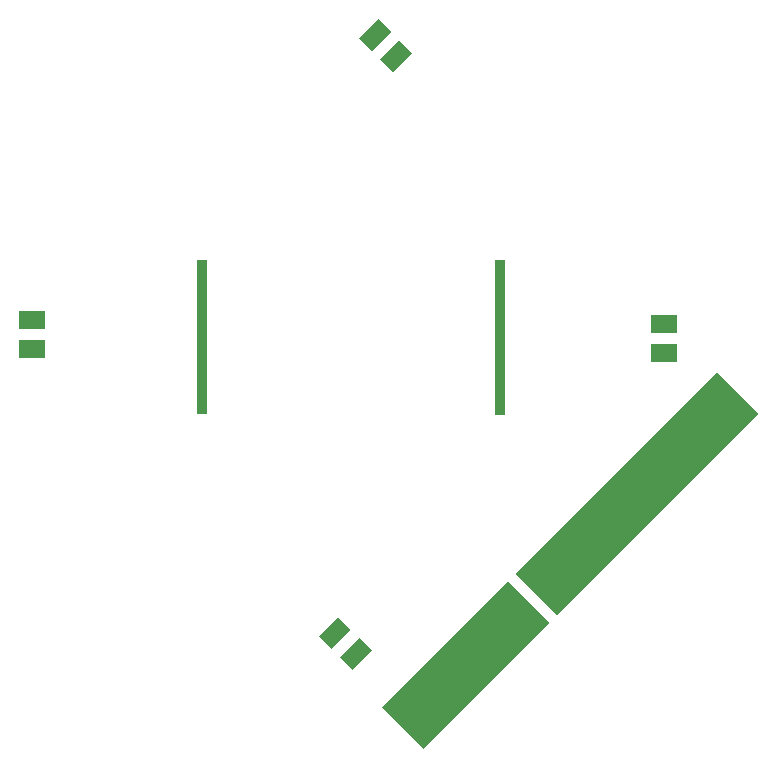
<source format=gts>
G04 (created by PCBNEW-RS274X (2011-04-29 BZR 2986)-stable) date 6/8/2011 10:42:55 AM*
G01*
G70*
G90*
%MOIN*%
G04 Gerber Fmt 3.4, Leading zero omitted, Abs format*
%FSLAX34Y34*%
G04 APERTURE LIST*
%ADD10C,0.006000*%
%ADD11R,0.031800X0.024000*%
%ADD12R,0.090900X0.059400*%
G04 APERTURE END LIST*
G54D10*
G36*
X61397Y-32976D02*
X60016Y-31595D01*
X60327Y-31284D01*
X61708Y-32665D01*
X61397Y-32976D01*
X61397Y-32976D01*
G37*
G36*
X61675Y-32698D02*
X60294Y-31317D01*
X60605Y-31006D01*
X61986Y-32387D01*
X61675Y-32698D01*
X61675Y-32698D01*
G37*
G36*
X65851Y-28522D02*
X64470Y-27141D01*
X64781Y-26830D01*
X66162Y-28211D01*
X65851Y-28522D01*
X65851Y-28522D01*
G37*
G36*
X65573Y-28800D02*
X64192Y-27419D01*
X64503Y-27108D01*
X65884Y-28489D01*
X65573Y-28800D01*
X65573Y-28800D01*
G37*
G36*
X65295Y-29078D02*
X63914Y-27697D01*
X64225Y-27386D01*
X65606Y-28767D01*
X65295Y-29078D01*
X65295Y-29078D01*
G37*
G36*
X65016Y-29357D02*
X63635Y-27976D01*
X63946Y-27665D01*
X65327Y-29046D01*
X65016Y-29357D01*
X65016Y-29357D01*
G37*
G36*
X64738Y-29635D02*
X63357Y-28254D01*
X63668Y-27943D01*
X65049Y-29324D01*
X64738Y-29635D01*
X64738Y-29635D01*
G37*
G36*
X64180Y-30193D02*
X62799Y-28812D01*
X63110Y-28501D01*
X64491Y-29882D01*
X64180Y-30193D01*
X64180Y-30193D01*
G37*
G36*
X63903Y-30470D02*
X62522Y-29089D01*
X62833Y-28778D01*
X64214Y-30159D01*
X63903Y-30470D01*
X63903Y-30470D01*
G37*
G36*
X63624Y-30749D02*
X62243Y-29368D01*
X62554Y-29057D01*
X63935Y-30438D01*
X63624Y-30749D01*
X63624Y-30749D01*
G37*
G36*
X63345Y-31028D02*
X61964Y-29647D01*
X62275Y-29336D01*
X63656Y-30717D01*
X63345Y-31028D01*
X63345Y-31028D01*
G37*
G36*
X63067Y-31306D02*
X61686Y-29925D01*
X61997Y-29614D01*
X63378Y-30995D01*
X63067Y-31306D01*
X63067Y-31306D01*
G37*
G36*
X69470Y-24903D02*
X68089Y-23522D01*
X68400Y-23211D01*
X69781Y-24592D01*
X69470Y-24903D01*
X69470Y-24903D01*
G37*
G36*
X62789Y-31584D02*
X61408Y-30203D01*
X61719Y-29892D01*
X63100Y-31273D01*
X62789Y-31584D01*
X62789Y-31584D01*
G37*
G36*
X62510Y-31863D02*
X61129Y-30482D01*
X61440Y-30171D01*
X62821Y-31552D01*
X62510Y-31863D01*
X62510Y-31863D01*
G37*
G36*
X62232Y-32141D02*
X60851Y-30760D01*
X61162Y-30449D01*
X62543Y-31830D01*
X62232Y-32141D01*
X62232Y-32141D01*
G37*
G36*
X69192Y-25181D02*
X67811Y-23800D01*
X68122Y-23489D01*
X69503Y-24870D01*
X69192Y-25181D01*
X69192Y-25181D01*
G37*
G36*
X68913Y-25460D02*
X67532Y-24079D01*
X67843Y-23768D01*
X69224Y-25149D01*
X68913Y-25460D01*
X68913Y-25460D01*
G37*
G36*
X68635Y-25738D02*
X67254Y-24357D01*
X67565Y-24046D01*
X68946Y-25427D01*
X68635Y-25738D01*
X68635Y-25738D01*
G37*
G36*
X68357Y-26016D02*
X66976Y-24635D01*
X67287Y-24324D01*
X68668Y-25705D01*
X68357Y-26016D01*
X68357Y-26016D01*
G37*
G36*
X68078Y-26295D02*
X66697Y-24914D01*
X67008Y-24603D01*
X68389Y-25984D01*
X68078Y-26295D01*
X68078Y-26295D01*
G37*
G36*
X67800Y-26573D02*
X66419Y-25192D01*
X66730Y-24881D01*
X68111Y-26262D01*
X67800Y-26573D01*
X67800Y-26573D01*
G37*
G36*
X67521Y-26852D02*
X66140Y-25471D01*
X66451Y-25160D01*
X67832Y-26541D01*
X67521Y-26852D01*
X67521Y-26852D01*
G37*
G36*
X67243Y-27130D02*
X65862Y-25749D01*
X66173Y-25438D01*
X67554Y-26819D01*
X67243Y-27130D01*
X67243Y-27130D01*
G37*
G36*
X66964Y-27409D02*
X65583Y-26028D01*
X65894Y-25717D01*
X67275Y-27098D01*
X66964Y-27409D01*
X66964Y-27409D01*
G37*
G36*
X66686Y-27687D02*
X65305Y-26306D01*
X65616Y-25995D01*
X66997Y-27376D01*
X66686Y-27687D01*
X66686Y-27687D01*
G37*
G36*
X66408Y-27965D02*
X65027Y-26584D01*
X65338Y-26273D01*
X66719Y-27654D01*
X66408Y-27965D01*
X66408Y-27965D01*
G37*
G36*
X66130Y-28243D02*
X64749Y-26862D01*
X65060Y-26551D01*
X66441Y-27932D01*
X66130Y-28243D01*
X66130Y-28243D01*
G37*
G36*
X61954Y-32419D02*
X60573Y-31038D01*
X60884Y-30727D01*
X62265Y-32108D01*
X61954Y-32419D01*
X61954Y-32419D01*
G37*
G36*
X71140Y-23233D02*
X69759Y-21852D01*
X70070Y-21541D01*
X71451Y-22922D01*
X71140Y-23233D01*
X71140Y-23233D01*
G37*
G36*
X70305Y-24068D02*
X68924Y-22687D01*
X69235Y-22376D01*
X70616Y-23757D01*
X70305Y-24068D01*
X70305Y-24068D01*
G37*
G36*
X70584Y-23789D02*
X69203Y-22408D01*
X69514Y-22097D01*
X70895Y-23478D01*
X70584Y-23789D01*
X70584Y-23789D01*
G37*
G36*
X70862Y-23511D02*
X69481Y-22130D01*
X69792Y-21819D01*
X71173Y-23200D01*
X70862Y-23511D01*
X70862Y-23511D01*
G37*
G36*
X60284Y-34089D02*
X58903Y-32708D01*
X59214Y-32397D01*
X60595Y-33778D01*
X60284Y-34089D01*
X60284Y-34089D01*
G37*
G36*
X70027Y-24346D02*
X68646Y-22965D01*
X68957Y-22654D01*
X70338Y-24035D01*
X70027Y-24346D01*
X70027Y-24346D01*
G37*
G36*
X69749Y-24624D02*
X68368Y-23243D01*
X68679Y-22932D01*
X70060Y-24313D01*
X69749Y-24624D01*
X69749Y-24624D01*
G37*
G36*
X61119Y-33254D02*
X59738Y-31873D01*
X60049Y-31562D01*
X61430Y-32943D01*
X61119Y-33254D01*
X61119Y-33254D01*
G37*
G36*
X60840Y-33533D02*
X59459Y-32152D01*
X59770Y-31841D01*
X61151Y-33222D01*
X60840Y-33533D01*
X60840Y-33533D01*
G37*
G36*
X60561Y-33812D02*
X59180Y-32431D01*
X59491Y-32120D01*
X60872Y-33501D01*
X60561Y-33812D01*
X60561Y-33812D01*
G37*
G54D11*
X62845Y-20446D03*
X62845Y-20525D03*
X62845Y-20643D03*
X62845Y-20722D03*
X62845Y-20800D03*
X62845Y-20879D03*
X62846Y-20958D03*
X62845Y-21037D03*
X62845Y-21115D03*
X62845Y-21194D03*
X62845Y-21274D03*
X62845Y-21430D03*
X62845Y-21509D03*
X62845Y-21588D03*
X62845Y-21666D03*
X62845Y-21745D03*
X62845Y-21824D03*
X62845Y-21903D03*
X62845Y-21981D03*
X62845Y-22100D03*
X62845Y-22178D03*
X62845Y-22257D03*
X62846Y-22336D03*
X62845Y-22415D03*
X62845Y-22493D03*
X62845Y-22572D03*
X62845Y-22651D03*
X62845Y-22769D03*
X62845Y-22848D03*
X62845Y-17887D03*
X62845Y-17966D03*
X62845Y-18084D03*
X62845Y-18163D03*
X62845Y-18241D03*
X62845Y-18320D03*
X62845Y-18398D03*
X62845Y-18478D03*
X62845Y-18556D03*
X62845Y-18635D03*
X62845Y-18714D03*
X62845Y-18871D03*
X62845Y-18950D03*
X62845Y-19029D03*
X62845Y-19107D03*
X62845Y-19186D03*
X62845Y-19265D03*
X62845Y-19344D03*
X62845Y-19422D03*
X62845Y-19541D03*
X62845Y-19619D03*
X62845Y-19698D03*
X62846Y-19777D03*
X62845Y-19855D03*
X62845Y-19934D03*
X62845Y-20013D03*
X62845Y-20091D03*
X62845Y-20210D03*
X62845Y-20289D03*
X52910Y-22844D03*
X52910Y-22765D03*
X52910Y-22647D03*
X52910Y-22568D03*
X52910Y-22489D03*
X52910Y-22411D03*
X52910Y-22332D03*
X52910Y-22253D03*
X52910Y-22174D03*
X52910Y-22096D03*
X52910Y-22017D03*
X52910Y-21859D03*
X52910Y-21781D03*
X52910Y-21702D03*
X52910Y-21623D03*
X52910Y-21545D03*
X52910Y-21466D03*
X52910Y-21387D03*
X52910Y-21308D03*
X52910Y-21190D03*
X52910Y-21111D03*
X52910Y-21033D03*
X52910Y-20954D03*
X52910Y-20875D03*
X52910Y-20796D03*
X52910Y-20718D03*
X52910Y-20639D03*
X52910Y-20521D03*
X52910Y-20442D03*
X52910Y-20293D03*
X52910Y-20214D03*
X52910Y-20096D03*
X52910Y-20017D03*
X52910Y-19938D03*
X52910Y-19859D03*
X52910Y-19781D03*
X52910Y-19702D03*
X52910Y-19623D03*
X52910Y-19545D03*
X52910Y-19466D03*
X52910Y-19308D03*
X52910Y-19230D03*
X52910Y-19151D03*
X52910Y-19072D03*
X52910Y-18993D03*
X52910Y-18915D03*
X52910Y-18836D03*
X52910Y-18757D03*
X52910Y-18639D03*
X52910Y-18560D03*
X52910Y-18482D03*
X52910Y-18403D03*
X52910Y-18324D03*
X52910Y-18245D03*
X52910Y-18167D03*
X52910Y-18088D03*
X52910Y-17970D03*
X52910Y-17891D03*
G54D12*
X47244Y-20768D03*
X47244Y-19784D03*
G54D10*
G36*
X58556Y-30812D02*
X57914Y-31454D01*
X57494Y-31034D01*
X58136Y-30392D01*
X58556Y-30812D01*
X58556Y-30812D01*
G37*
G36*
X57860Y-30116D02*
X57218Y-30758D01*
X56798Y-30338D01*
X57440Y-29696D01*
X57860Y-30116D01*
X57860Y-30116D01*
G37*
G36*
X59907Y-10883D02*
X59265Y-11525D01*
X58845Y-11105D01*
X59487Y-10463D01*
X59907Y-10883D01*
X59907Y-10883D01*
G37*
G36*
X59211Y-10187D02*
X58569Y-10829D01*
X58149Y-10409D01*
X58791Y-09767D01*
X59211Y-10187D01*
X59211Y-10187D01*
G37*
G54D12*
X68307Y-19921D03*
X68307Y-20905D03*
M02*

</source>
